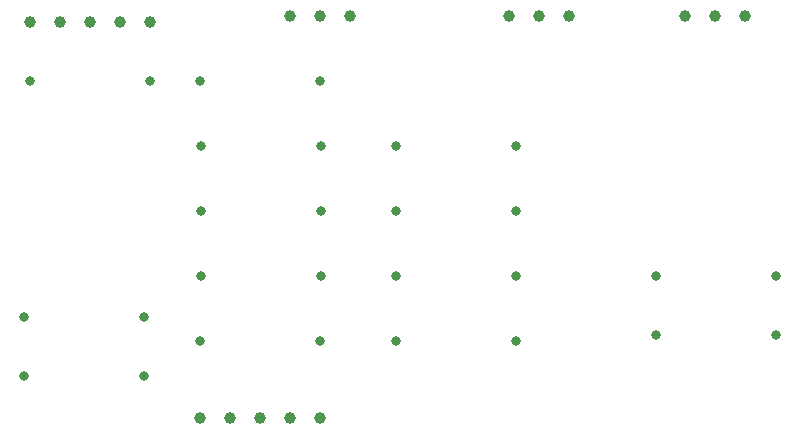
<source format=gbr>
%TF.GenerationSoftware,KiCad,Pcbnew,9.0.0*%
%TF.CreationDate,2025-11-30T21:29:19+05:30*%
%TF.ProjectId,multi_cell_voltage_regulator,6d756c74-695f-4636-956c-6c5f766f6c74,rev?*%
%TF.SameCoordinates,Original*%
%TF.FileFunction,Plated,1,2,PTH,Drill*%
%TF.FilePolarity,Positive*%
%FSLAX46Y46*%
G04 Gerber Fmt 4.6, Leading zero omitted, Abs format (unit mm)*
G04 Created by KiCad (PCBNEW 9.0.0) date 2025-11-30 21:29:19*
%MOMM*%
%LPD*%
G01*
G04 APERTURE LIST*
%TA.AperFunction,ComponentDrill*%
%ADD10C,0.800000*%
%TD*%
%TA.AperFunction,ComponentDrill*%
%ADD11C,1.000000*%
%TD*%
G04 APERTURE END LIST*
D10*
%TO.C,R3*%
X120920000Y-90000000D03*
%TO.C,R4*%
X120920000Y-95000000D03*
%TO.C,R1*%
X121420000Y-70000000D03*
%TO.C,R3*%
X131080000Y-90000000D03*
%TO.C,R4*%
X131080000Y-95000000D03*
%TO.C,R1*%
X131580000Y-70000000D03*
%TO.C,R14*%
X135840000Y-70000000D03*
%TO.C,R5*%
X135840000Y-92000000D03*
%TO.C,R13*%
X135920000Y-75500000D03*
%TO.C,R2*%
X135920000Y-81000000D03*
%TO.C,R6*%
X135920000Y-86500000D03*
%TO.C,R14*%
X146000000Y-70000000D03*
%TO.C,R5*%
X146000000Y-92000000D03*
%TO.C,R13*%
X146080000Y-75500000D03*
%TO.C,R2*%
X146080000Y-81000000D03*
%TO.C,R6*%
X146080000Y-86500000D03*
%TO.C,R7*%
X152420000Y-75500000D03*
%TO.C,R11*%
X152420000Y-81000000D03*
%TO.C,R10*%
X152420000Y-86500000D03*
%TO.C,R8*%
X152420000Y-92000000D03*
%TO.C,R7*%
X162580000Y-75500000D03*
%TO.C,R11*%
X162580000Y-81000000D03*
%TO.C,R10*%
X162580000Y-86500000D03*
%TO.C,R8*%
X162580000Y-92000000D03*
%TO.C,R12*%
X174420000Y-86500000D03*
%TO.C,R9*%
X174420000Y-91500000D03*
%TO.C,R12*%
X184580000Y-86500000D03*
%TO.C,R9*%
X184580000Y-91500000D03*
D11*
%TO.C,J4*%
X121460000Y-65000000D03*
X124000000Y-65000000D03*
X126540000Y-65000000D03*
X129080000Y-65000000D03*
X131620000Y-65000000D03*
%TO.C,J5*%
X135880000Y-98500000D03*
X138420000Y-98500000D03*
X140960000Y-98500000D03*
%TO.C,J1*%
X143420000Y-64500000D03*
%TO.C,J5*%
X143500000Y-98500000D03*
%TO.C,J1*%
X145960000Y-64500000D03*
%TO.C,J5*%
X146040000Y-98500000D03*
%TO.C,J1*%
X148500000Y-64500000D03*
%TO.C,J2*%
X161975000Y-64500000D03*
X164515000Y-64500000D03*
X167055000Y-64500000D03*
%TO.C,J3*%
X176920000Y-64500000D03*
X179460000Y-64500000D03*
X182000000Y-64500000D03*
M02*

</source>
